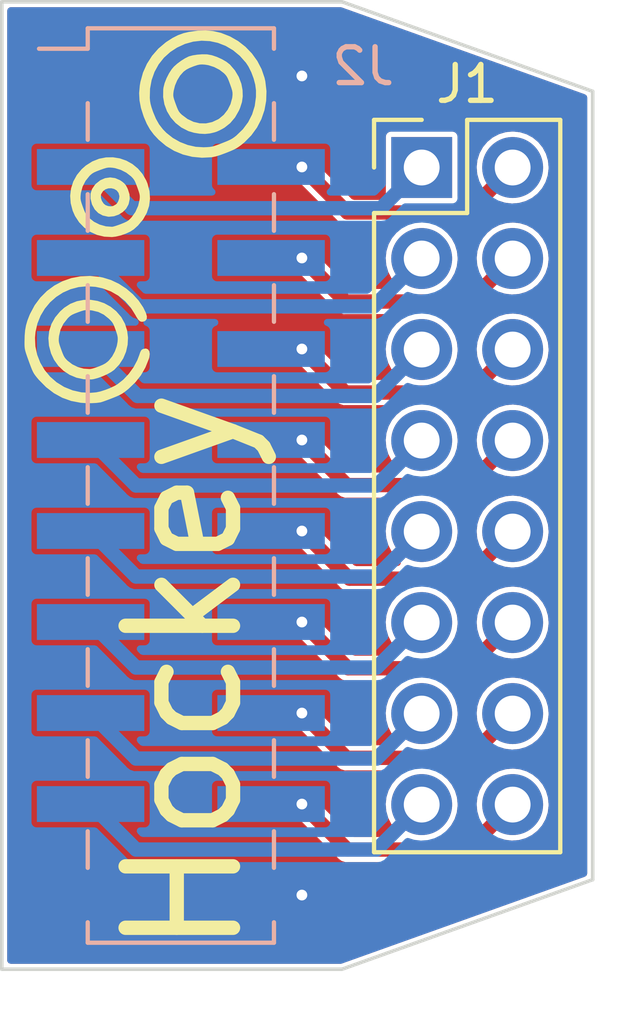
<source format=kicad_pcb>
(kicad_pcb (version 20211014) (generator pcbnew)
  (layers (0 "F.Cu" signal) (31 "B.Cu" signal) (34 "B.Paste" user) (35 "F.Paste" user) (36 "B.SilkS" user "B.Silkscreen") (37 "F.SilkS" user "F.Silkscreen") (38 "B.Mask" user) (39 "F.Mask" user) (44 "Edge.Cuts" user))
  (net 0 "")
  (net 1 "GND")
  (net 2 "Net-(J2-Pad3)")
  (net 3 "Net-(J2-Pad4)")
  (net 4 "Net-(J2-Pad5)")
  (net 5 "Net-(J1-Pad4)")
  (net 6 "Net-(J2-Pad7)")
  (net 7 "Net-(J2-Pad8)")
  (net 8 "Net-(J2-Pad9)")
  (net 9 "Net-(J2-Pad10)")
  (net 10 "Net-(J2-Pad11)")
  (net 11 "Net-(J2-Pad12)")
  (net 12 "Net-(J2-Pad13)")
  (net 13 "Net-(J2-Pad14)")
  (net 14 "Net-(J2-Pad15)")
  (net 15 "Net-(J2-Pad16)")
  (net 16 "Net-(J2-Pad17)")
  (net 17 "Net-(J1-Pad16)")
  (footprint "Connector_PinHeader_2.54mm:PinHeader_2x08_P2.54mm_Vertical" (layer "F.Cu") (at 139.235 92.725)
    (fp_text reference "J1" (at 1.27 -2.33) (layer "F.SilkS"))
    (fp_text value "Conn_01x16")
    (fp_line (start 3.87 -1.33) (end 3.87 19.11) (layer "F.SilkS") (width 0.12))
    (fp_line (start -1.33 1.27) (end -1.33 19.11) (layer "F.SilkS") (width 0.12))
    (fp_line (start 1.27 1.27) (end 1.27 -1.33) (layer "F.SilkS") (width 0.12))
    (fp_line (start -1.33 1.27) (end 1.27 1.27) (layer "F.SilkS") (width 0.12))
    (fp_line (start 1.27 -1.33) (end 3.87 -1.33) (layer "F.SilkS") (width 0.12))
    (fp_line (start -1.33 0) (end -1.33 -1.33) (layer "F.SilkS") (width 0.12))
    (fp_line (start -1.33 19.11) (end 3.87 19.11) (layer "F.SilkS") (width 0.12))
    (fp_line (start -1.33 -1.33) (end 0 -1.33) (layer "F.SilkS") (width 0.12))
    (pad "1" thru_hole rect (at 0 0) (size 1.7 1.7) (drill 1) (layers *.Cu *.Mask) (net 2 "Net-(J2-Pad3)"))
    (pad "2" thru_hole oval (at 2.54 0) (size 1.7 1.7) (drill 1) (layers *.Cu *.Mask) (net 3 "Net-(J2-Pad4)"))
    (pad "3" thru_hole oval (at 0 2.54) (size 1.7 1.7) (drill 1) (layers *.Cu *.Mask) (net 4 "Net-(J2-Pad5)"))
    (pad "4" thru_hole oval (at 2.54 2.54) (size 1.7 1.7) (drill 1) (layers *.Cu *.Mask) (net 5 "Net-(J1-Pad4)"))
    (pad "5" thru_hole oval (at 0 5.08) (size 1.7 1.7) (drill 1) (layers *.Cu *.Mask) (net 6 "Net-(J2-Pad7)"))
    (pad "6" thru_hole oval (at 2.54 5.08) (size 1.7 1.7) (drill 1) (layers *.Cu *.Mask) (net 7 "Net-(J2-Pad8)"))
    (pad "7" thru_hole oval (at 0 7.62) (size 1.7 1.7) (drill 1) (layers *.Cu *.Mask) (net 8 "Net-(J2-Pad9)"))
    (pad "8" thru_hole oval (at 2.54 7.62) (size 1.7 1.7) (drill 1) (layers *.Cu *.Mask) (net 9 "Net-(J2-Pad10)"))
    (pad "9" thru_hole oval (at 0 10.16) (size 1.7 1.7) (drill 1) (layers *.Cu *.Mask) (net 10 "Net-(J2-Pad11)"))
    (pad "10" thru_hole oval (at 2.54 10.16) (size 1.7 1.7) (drill 1) (layers *.Cu *.Mask) (net 11 "Net-(J2-Pad12)"))
    (pad "11" thru_hole oval (at 0 12.7) (size 1.7 1.7) (drill 1) (layers *.Cu *.Mask) (net 12 "Net-(J2-Pad13)"))
    (pad "12" thru_hole oval (at 2.54 12.7) (size 1.7 1.7) (drill 1) (layers *.Cu *.Mask) (net 13 "Net-(J2-Pad14)"))
    (pad "13" thru_hole oval (at 0 15.24) (size 1.7 1.7) (drill 1) (layers *.Cu *.Mask) (net 14 "Net-(J2-Pad15)"))
    (pad "14" thru_hole oval (at 2.54 15.24) (size 1.7 1.7) (drill 1) (layers *.Cu *.Mask) (net 15 "Net-(J2-Pad16)"))
    (pad "15" thru_hole oval (at 0 17.78) (size 1.7 1.7) (drill 1) (layers *.Cu *.Mask) (net 16 "Net-(J2-Pad17)"))
    (pad "16" thru_hole oval (at 2.54 17.78) (size 1.7 1.7) (drill 1) (layers *.Cu *.Mask) (net 17 "Net-(J1-Pad16)"))
  )
  (footprint "img:Hockey" (layer "F.Cu") (at 131.2 94.154932 20)
    (fp_text reference "G***" hide)
    (fp_text value "LOGO" hide)
    (fp_poly (pts (xy -0.230713 -1.311319) (xy -0.104826 -1.244997) (xy 0.003486 -1.142913) (xy 0.046319 -1.083858) (xy 0.085525 -1.015779) (xy 0.107994 -0.953075) (xy 0.119303 -0.87694) (xy 0.12258 -0.826667) (xy 0.116744 -0.684574) (xy 0.080647 -0.562705) (xy 0.010104 -0.448421) (xy -0.011556 -0.421734) (xy -0.107541 -0.338893) (xy -0.227601 -0.282399) (xy -0.361767 -0.254098) (xy -0.500067 -0.255833) (xy -0.632529 -0.289448) (xy -0.660694 -0.301681) (xy -0.787301 -0.382638) (xy -0.881081 -0.488975) (xy -0.940298 -0.617913) (xy -0.963215 -0.76667) (xy -0.963335 -0.777178) (xy -0.671129 -0.777178) (xy -0.650934 -0.689857) (xy -0.617006 -0.63099) (xy -0.559383 -0.580882) (xy -0.490315 -0.546066) (xy -0.425499 -0.533425) (xy -0.402042 -0.536761) (xy -0.355364 -0.544962) (xy -0.345971 -0.545334) (xy -0.300563 -0.562364) (xy -0.248368 -0.605727) (xy -0.200537 -0.663837) (xy -0.168219 -0.725107) (xy -0.165758 -0.732632) (xy -0.156532 -0.823443) (xy -0.181054 -0.902963) (xy -0.231902 -0.96795) (xy -0.301656 -1.015157) (xy -0.382893 -1.04134) (xy -0.468191 -1.043253) (xy -0.550129 -1.017652) (xy -0.621285 -0.961292) (xy -0.638446 -0.939301) (xy -0.667362 -0.866022) (xy -0.671129 -0.777178) (xy -0.963335 -0.777178) (xy -0.963441 -0.78654) (xy -0.946776 -0.943259) (xy -0.897393 -1.074148) (xy -0.814346 -1.180766) (xy -0.696688 -1.264677) (xy -0.663205 -1.281605) (xy -0.514965 -1.331033) (xy -0.369114 -1.340468)) (layer "F.SilkS") (width 0) (fill solid))
    (fp_poly (pts (xy -2.093497 1.648546) (xy -1.909128 1.713047) (xy -1.737722 1.808748) (xy -1.58386 1.933048) (xy -1.452124 2.083345) (xy -1.347095 2.257039) (xy -1.273354 2.451528) (xy -1.268722 2.468754) (xy -1.237802 2.66739) (xy -1.245786 2.866148) (xy -1.289956 3.059905) (xy -1.367598 3.243535) (xy -1.475995 3.411913) (xy -1.612431 3.559914) (xy -1.774191 3.682414) (xy -1.958559 3.774287) (xy -1.961107 3.775262) (xy -2.062667 3.803147) (xy -2.190153 3.822378) (xy -2.329363 3.832279) (xy -2.46609 3.832172) (xy -2.586133 3.821379) (xy -2.649249 3.808093) (xy -2.848448 3.73023) (xy -3.025137 3.61975) (xy -3.176165 3.480799) (xy -3.29838 3.317523) (xy -3.388633 3.134066) (xy -3.443771 2.934575) (xy -3.460776 2.740484) (xy -3.460451 2.736719) (xy -3.156394 2.736719) (xy -3.155388 2.841937) (xy -3.151267 2.917137) (xy -3.141972 2.974234) (xy -3.125439 3.025146) (xy -3.099609 3.08179) (xy -3.095145 3.090833) (xy -3.005756 3.229993) (xy -2.887575 3.352657) (xy -2.750119 3.450925) (xy -2.602906 3.516897) (xy -2.570614 3.526175) (xy -2.520441 3.533126) (xy -2.442456 3.537309) (xy -2.350744 3.538096) (xy -2.317671 3.537444) (xy -2.210776 3.531774) (xy -2.129555 3.519606) (xy -2.057866 3.497762) (xy -2.007916 3.476496) (xy -1.884519 3.401532) (xy -1.766328 3.296887) (xy -1.665077 3.17432) (xy -1.604882 3.07275) (xy -1.575969 3.008898) (xy -1.557778 2.952808) (xy -1.547809 2.890983) (xy -1.543562 2.809926) (xy -1.542668 2.736792) (xy -1.543148 2.637483) (xy -1.547588 2.566314) (xy -1.558715 2.509497) (xy -1.579257 2.453241) (xy -1.611944 2.383757) (xy -1.612909 2.381795) (xy -1.706717 2.227865) (xy -1.823522 2.105591) (xy -1.970533 2.007766) (xy -2.0043 1.990449) (xy -2.074439 1.957392) (xy -2.131106 1.936548) (xy -2.18813 1.925165) (xy -2.259343 1.920488) (xy -2.358573 1.919764) (xy -2.359298 1.919766) (xy -2.460962 1.921309) (xy -2.533978 1.926857) (xy -2.591614 1.938835) (xy -2.64714 1.959667) (xy -2.690944 1.980364) (xy -2.853584 2.08173) (xy -2.986047 2.20935) (xy -3.084908 2.3599) (xy -3.087839 2.36579) (xy -3.118347 2.430309) (xy -3.138184 2.483364) (xy -3.14962 2.537244) (xy -3.154928 2.60424) (xy -3.156377 2.696639) (xy -3.156394 2.736719) (xy -3.460451 2.736719) (xy -3.44162 2.518527) (xy -3.385252 2.314627) (xy -3.293322 2.131044) (xy -3.16748 1.970039) (xy -3.009375 1.833876) (xy -2.820658 1.724815) (xy -2.678571 1.668253) (xy -2.4828 1.623547) (xy -2.286248 1.617845)) (layer "F.SilkS") (width 0) (fill solid))
    (fp_poly (pts (xy -0.14744 -1.876027) (xy 0.036701 -1.81213) (xy 0.205695 -1.717686) (xy 0.355672 -1.595546) (xy 0.482765 -1.448559) (xy 0.583103 -1.279576) (xy 0.652818 -1.091447) (xy 0.688041 -0.887023) (xy 0.691614 -0.792445) (xy 0.671628 -0.574112) (xy 0.614054 -0.372784) (xy 0.520574 -0.190726) (xy 0.392875 -0.030204) (xy 0.232641 0.106517) (xy 0.041557 0.217169) (xy -0.102441 0.275439) (xy -0.217356 0.30184) (xy -0.356496 0.313853) (xy -0.504722 0.311588) (xy -0.646898 0.295161) (xy -0.750201 0.270616) (xy -0.949467 0.186669) (xy -1.124129 0.070839) (xy -1.271368 -0.073034) (xy -1.388362 -0.241106) (xy -1.472292 -0.429536) (xy -1.520338 -0.634483) (xy -1.531131 -0.793163) (xy -1.530738 -0.797468) (xy -1.227002 -0.797468) (xy -1.225848 -0.692985) (xy -1.220934 -0.617574) (xy -1.210083 -0.558384) (xy -1.191118 -0.502569) (xy -1.168284 -0.450949) (xy -1.077477 -0.303257) (xy -0.954489 -0.173277) (xy -0.807806 -0.068436) (xy -0.650206 0.002447) (xy -0.607049 0.009326) (xy -0.534062 0.013731) (xy -0.443318 0.015114) (xy -0.388026 0.014334) (xy -0.287773 0.010673) (xy -0.215995 0.003703) (xy -0.159219 -0.009563) (xy -0.103972 -0.032113) (xy -0.047465 -0.061179) (xy 0.102378 -0.163864) (xy 0.232468 -0.2973) (xy 0.328508 -0.442921) (xy 0.355033 -0.496691) (xy 0.372247 -0.54456) (xy 0.38214 -0.598042) (xy 0.386704 -0.668651) (xy 0.387932 -0.767902) (xy 0.387952 -0.78654) (xy 0.3871 -0.891597) (xy 0.383076 -0.966753) (xy 0.373802 -1.024042) (xy 0.357197 -1.075498) (xy 0.331181 -1.133155) (xy 0.326328 -1.143105) (xy 0.238447 -1.281556) (xy 0.120766 -1.407638) (xy -0.014566 -1.509243) (xy -0.07341 -1.541541) (xy -0.134711 -1.56968) (xy -0.187805 -1.587611) (xy -0.245354 -1.597565) (xy -0.320019 -1.601771) (xy -0.419488 -1.602469) (xy -0.525396 -1.600921) (xy -0.601989 -1.595486) (xy -0.661861 -1.584124) (xy -0.717607 -1.564793) (xy -0.755279 -1.54807) (xy -0.907951 -1.455601) (xy -1.039614 -1.333363) (xy -1.141443 -1.1899) (xy -1.158194 -1.157909) (xy -1.189434 -1.091578) (xy -1.209458 -1.036985) (xy -1.220742 -0.981164) (xy -1.225762 -0.911152) (xy -1.226992 -0.813982) (xy -1.227002 -0.797468) (xy -1.530738 -0.797468) (xy -1.511372 -1.009879) (xy -1.453821 -1.211701) (xy -1.361066 -1.395101) (xy -1.235695 -1.556545) (xy -1.080297 -1.692504) (xy -0.89746 -1.799445) (xy -0.752053 -1.855935) (xy -0.545686 -1.90078) (xy -0.342858 -1.906527)) (layer "F.SilkS") (width 0) (fill solid))
    (fp_poly (pts (xy 3.070889 -4.393255) (xy 3.22751 -4.374609) (xy 3.468246 -4.323844) (xy 3.678511 -4.255715) (xy 3.867492 -4.166531) (xy 4.044377 -4.052601) (xy 4.062566 -4.039094) (xy 4.260539 -3.865317) (xy 4.429672 -3.66554) (xy 4.567961 -3.444624) (xy 4.673397 -3.207432) (xy 4.743976 -2.958829) (xy 4.77769 -2.703676) (xy 4.772533 -2.446836) (xy 4.759856 -2.349133) (xy 4.696096 -2.080357) (xy 4.595777 -1.829809) (xy 4.461326 -1.60031) (xy 4.295168 -1.39468) (xy 4.099729 -1.215742) (xy 3.877435 -1.066317) (xy 3.630712 -0.949226) (xy 3.523699 -0.911425) (xy 3.441042 -0.886896) (xy 3.365131 -0.869855) (xy 3.283907 -0.858656) (xy 3.185312 -0.851656) (xy 3.057286 -0.847211) (xy 3.051775 -0.847072) (xy 2.878127 -0.846023) (xy 2.742187 -0.85262) (xy 2.640384 -0.867048) (xy 2.632287 -0.86885) (xy 2.366269 -0.950548) (xy 2.12097 -1.066934) (xy 1.899149 -1.21584) (xy 1.703566 -1.395096) (xy 1.53698 -1.602535) (xy 1.402501 -1.83526) (xy 1.324926 -2.01618) (xy 1.27283 -2.188709) (xy 1.242825 -2.367999) (xy 1.231521 -2.569201) (xy 1.231234 -2.600826) (xy 1.231674 -2.611313) (xy 1.522181 -2.611313) (xy 1.531339 -2.410974) (xy 1.560886 -2.234956) (xy 1.613934 -2.069351) (xy 1.672071 -1.94153) (xy 1.791241 -1.7483) (xy 1.941529 -1.572403) (xy 2.115941 -1.41994) (xy 2.30748 -1.297008) (xy 2.509152 -1.209707) (xy 2.512895 -1.208479) (xy 2.601602 -1.180046) (xy 2.671431 -1.160252) (xy 2.733363 -1.147737) (xy 2.798379 -1.141141) (xy 2.877462 -1.139104) (xy 2.981593 -1.140266) (xy 3.051775 -1.141738) (xy 3.17495 -1.145666) (xy 3.268221 -1.152361) (xy 3.34362 -1.163541) (xy 3.41318 -1.180926) (xy 3.47953 -1.202871) (xy 3.713481 -1.306843) (xy 3.919686 -1.442115) (xy 4.097311 -1.607806) (xy 4.245522 -1.803038) (xy 4.363484 -2.026932) (xy 4.428543 -2.203215) (xy 4.462928 -2.358858) (xy 4.479255 -2.536684) (xy 4.477524 -2.721012) (xy 4.457734 -2.896164) (xy 4.428538 -3.020314) (xy 4.3345 -3.258493) (xy 4.209912 -3.470664) (xy 4.05813 -3.655031) (xy 3.88251 -3.809798) (xy 3.68641 -3.933168) (xy 3.473187 -4.023344) (xy 3.246197 -4.078532) (xy 3.008798 -4.096934) (xy 2.764345 -4.076755) (xy 2.54839 -4.026369) (xy 2.325499 -3.936969) (xy 2.12273 -3.812307) (xy 1.942989 -3.655375) (xy 1.789179 -3.469162) (xy 1.664206 -3.256661) (xy 1.570975 -3.020861) (xy 1.570577 -3.019574) (xy 1.54762 -2.935904) (xy 1.532998 -2.854784) (xy 1.525091 -2.762541) (xy 1.522278 -2.645502) (xy 1.522181 -2.611313) (xy 1.231674 -2.611313) (xy 1.241139 -2.837147) (xy 1.274895 -3.048188) (xy 1.335441 -3.245033) (xy 1.425717 -3.438766) (xy 1.477251 -3.528592) (xy 1.633209 -3.747066) (xy 1.819305 -3.938816) (xy 2.031203 -4.100596) (xy 2.264568 -4.229164) (xy 2.515062 -4.321275) (xy 2.549192 -4.330541) (xy 2.74007 -4.373021) (xy 2.909405 -4.393629)) (layer "F.SilkS") (width 0) (fill solid))
    (fp_poly (pts (xy -2.211981 0.958354) (xy -1.95434 0.9995) (xy -1.700488 1.079369) (xy -1.454082 1.198374) (xy -1.373979 1.246973) (xy -1.1856 1.389645) (xy -1.015932 1.561947) (xy -0.868858 1.757289) (xy -0.748261 1.969081) (xy -0.658024 2.190736) (xy -0.602029 2.415663) (xy -0.584712 2.586327) (xy -0.592037 2.686647) (xy -0.622248 2.75255) (xy -0.676133 2.785277) (xy -0.714057 2.789596) (xy -0.776481 2.779636) (xy -0.821486 2.746116) (xy -0.852817 2.683575) (xy -0.87422 2.586549) (xy -0.879452 2.54839) (xy -0.929952 2.305933) (xy -1.018247 2.079176) (xy -1.142053 1.871434) (xy -1.299087 1.686021) (xy -1.487064 1.526253) (xy -1.656978 1.419788) (xy -1.878794 1.322089) (xy -2.106776 1.263577) (xy -2.33684 1.242763) (xy -2.564903 1.258156) (xy -2.786881 1.308267) (xy -2.998691 1.391604) (xy -3.19625 1.506679) (xy -3.375472 1.652001) (xy -3.532276 1.82608) (xy -3.662577 2.027426) (xy -3.733241 2.177387) (xy -3.804992 2.407719) (xy -3.837272 2.644127) (xy -3.831049 2.881546) (xy -3.787294 3.114909) (xy -3.706977 3.339151) (xy -3.591068 3.549206) (xy -3.440536 3.740009) (xy -3.432373 3.748684) (xy -3.24572 3.916148) (xy -3.03684 4.050041) (xy -2.810576 4.147629) (xy -2.646986 4.192338) (xy -2.531954 4.208138) (xy -2.392793 4.21448) (xy -2.246186 4.211604) (xy -2.108816 4.19975) (xy -2.013543 4.183213) (xy -1.81427 4.117767) (xy -1.615955 4.018121) (xy -1.428873 3.890974) (xy -1.2633 3.743027) (xy -1.165238 3.630077) (xy -1.111765 3.563695) (xy -1.072308 3.525078) (xy -1.037557 3.507122) (xy -0.998309 3.502725) (xy -0.923729 3.517599) (xy -0.877765 3.558615) (xy -0.861391 3.620361) (xy -0.875578 3.697429) (xy -0.9213 3.784408) (xy -0.942512 3.813151) (xy -1.117787 4.009181) (xy -1.308262 4.170443) (xy -1.520814 4.301768) (xy -1.762323 4.407989) (xy -1.816719 4.427338) (xy -1.900679 4.454575) (xy -1.973624 4.47334) (xy -2.04799 4.485521) (xy -2.13621 4.493009) (xy -2.25072 4.497693) (xy -2.28621 4.498681) (xy -2.396742 4.500755) (xy -2.497205 4.501122) (xy -2.577532 4.499849) (xy -2.627652 4.497004) (xy -2.632287 4.496393) (xy -2.742036 4.472144) (xy -2.873284 4.431879) (xy -3.01127 4.380671) (xy -3.141236 4.323597) (xy -3.156647 4.316073) (xy -3.386103 4.179769) (xy -3.588726 4.011273) (xy -3.764374 3.810752) (xy -3.912906 3.578375) (xy -4.034181 3.314309) (xy -4.062472 3.236915) (xy -4.083882 3.172492) (xy -4.099141 3.11611) (xy -4.109272 3.058549) (xy -4.115298 2.99059) (xy -4.118246 2.903012) (xy -4.119137 2.786594) (xy -4.119145 2.726672) (xy -4.118735 2.597625) (xy -4.116966 2.501157) (xy -4.112619 2.427896) (xy -4.104477 2.368473) (xy -4.09132 2.313517) (xy -4.071932 2.253659) (xy -4.049604 2.191825) (xy -3.983494 2.022423) (xy -3.918741 1.883216) (xy -3.848708 1.763217) (xy -3.76676 1.651441) (xy -3.666262 1.536903) (xy -3.632685 1.501586) (xy -3.429079 1.319048) (xy -3.207327 1.172759) (xy -2.971086 1.063134) (xy -2.72401 0.990583) (xy -2.469757 0.955519)) (layer "F.SilkS") (width 0) (fill solid))
    (fp_poly (pts (xy 3.10367 -3.723487) (xy 3.228857 -3.698491) (xy 3.358773 -3.661763) (xy 3.477293 -3.617335) (xy 3.498025 -3.607968) (xy 3.60624 -3.543706) (xy 3.720317 -3.45317) (xy 3.829354 -3.34703) (xy 3.922447 -3.235955) (xy 3.988693 -3.130617) (xy 3.991348 -3.125186) (xy 4.065702 -2.927079) (xy 4.104793 -2.720241) (xy 4.107614 -2.513721) (xy 4.078882 -2.337809) (xy 4.024504 -2.172106) (xy 3.949262 -2.028778) (xy 3.845177 -1.894011) (xy 3.787487 -1.833161) (xy 3.620458 -1.691736) (xy 3.440037 -1.588344) (xy 3.248871 -1.524383) (xy 3.176439 -1.511062) (xy 3.081046 -1.498549) (xy 3.006844 -1.493438) (xy 2.93565 -1.495792) (xy 2.849282 -1.50567) (xy 2.802445 -1.51232) (xy 2.674973 -1.544696) (xy 2.535366 -1.603125) (xy 2.397437 -1.680697) (xy 2.274998 -1.770504) (xy 2.259729 -1.783794) (xy 2.115787 -1.938925) (xy 2.006095 -2.114233) (xy 1.931536 -2.304468) (xy 1.892993 -2.504383) (xy 1.892134 -2.611313) (xy 2.191825 -2.611313) (xy 2.192676 -2.506651) (xy 2.196558 -2.432417) (xy 2.205461 -2.377104) (xy 2.221375 -2.329202) (xy 2.246292 -2.277205) (xy 2.251269 -2.267694) (xy 2.358284 -2.103978) (xy 2.488114 -1.972321) (xy 2.636862 -1.874615) (xy 2.800628 -1.812753) (xy 2.975513 -1.788628) (xy 3.157618 -1.804134) (xy 3.191202 -1.81136) (xy 3.35071 -1.869361) (xy 3.499188 -1.962496) (xy 3.628356 -2.084041) (xy 3.729937 -2.227271) (xy 3.749742 -2.265046) (xy 3.775232 -2.321219) (xy 3.791703 -2.372299) (xy 3.801081 -2.430078) (xy 3.805289 -2.506349) (xy 3.806253 -2.611313) (xy 3.805269 -2.717321) (xy 3.801025 -2.793218) (xy 3.791582 -2.850821) (xy 3.775003 -2.901947) (xy 3.749349 -2.958413) (xy 3.749313 -2.958487) (xy 3.665376 -3.090661) (xy 3.551502 -3.213589) (xy 3.419632 -3.315618) (xy 3.33493 -3.362864) (xy 3.262131 -3.395025) (xy 3.200532 -3.414331) (xy 3.134267 -3.42391) (xy 3.047469 -3.426889) (xy 3.009827 -3.426953) (xy 2.89502 -3.423261) (xy 2.80527 -3.411151) (xy 2.724098 -3.388069) (xy 2.699729 -3.378927) (xy 2.577997 -3.313715) (xy 2.457488 -3.217915) (xy 2.349199 -3.101731) (xy 2.264126 -2.975369) (xy 2.263384 -2.974002) (xy 2.231845 -2.913791) (xy 2.211264 -2.864678) (xy 2.199307 -2.814834) (xy 2.193639 -2.75243) (xy 2.191927 -2.665638) (xy 2.191825 -2.611313) (xy 1.892134 -2.611313) (xy 1.891351 -2.708729) (xy 1.927492 -2.912257) (xy 2.002301 -3.10972) (xy 2.02816 -3.159356) (xy 2.100004 -3.265183) (xy 2.197108 -3.374996) (xy 2.307834 -3.477751) (xy 2.420547 -3.562404) (xy 2.501027 -3.608142) (xy 2.615129 -3.653504) (xy 2.743902 -3.692012) (xy 2.871202 -3.71963) (xy 2.980886 -3.732323) (xy 2.999339 -3.732715)) (layer "F.SilkS") (width 0) (fill solid))
  )
  (footprint "Connector_PinSocket_2.54mm:PinSocket_2x10_P2.54mm_Vertical_SMD" (layer "F.Cu") (at 132.51 101.6)
    (fp_text reference "J2" (at 5.09 -11.7) (layer "B.SilkS") (effects (justify mirror)))
    (fp_text value "Conn_01x20")
    (fp_line (start -2.6 4.57) (end -2.6 5.59) (layer "B.SilkS") (width 0.12))
    (fp_line (start 2.6 12.76) (end -2.6 12.76) (layer "B.SilkS") (width 0.12))
    (fp_line (start -2.6 -12.76) (end -2.6 -12.19) (layer "B.SilkS") (width 0.12))
    (fp_line (start -2.6 9.65) (end -2.6 10.67) (layer "B.SilkS") (width 0.12))
    (fp_line (start 2.6 12.19) (end 2.6 12.76) (layer "B.SilkS") (width 0.12))
    (fp_line (start 2.6 -0.51) (end 2.6 0.51) (layer "B.SilkS") (width 0.12))
    (fp_line (start 2.6 -5.59) (end 2.6 -4.57) (layer "B.SilkS") (width 0.12))
    (fp_line (start 2.6 9.65) (end 2.6 10.67) (layer "B.SilkS") (width 0.12))
    (fp_line (start -2.6 -0.51) (end -2.6 0.51) (layer "B.SilkS") (width 0.12))
    (fp_line (start -2.6 -8.13) (end -2.6 -7.11) (layer "B.SilkS") (width 0.12))
    (fp_line (start -2.6 -3.05) (end -2.6 -2.03) (layer "B.SilkS") (width 0.12))
    (fp_line (start -2.6 12.19) (end -2.6 12.76) (layer "B.SilkS") (width 0.12))
    (fp_line (start -2.6 7.11) (end -2.6 8.13) (layer "B.SilkS") (width 0.12))
    (fp_line (start 2.6 2.03) (end 2.6 3.05) (layer "B.SilkS") (width 0.12))
    (fp_line (start 2.6 7.11) (end 2.6 8.13) (layer "B.SilkS") (width 0.12))
    (fp_line (start -2.6 -5.59) (end -2.6 -4.57) (layer "B.SilkS") (width 0.12))
    (fp_line (start 2.6 4.57) (end 2.6 5.59) (layer "B.SilkS") (width 0.12))
    (fp_line (start -2.6 -12.19) (end -3.96 -12.19) (layer "B.SilkS") (width 0.12))
    (fp_line (start 2.6 -12.76) (end 2.6 -12.19) (layer "B.SilkS") (width 0.12))
    (fp_line (start 2.6 -3.05) (end 2.6 -2.03) (layer "B.SilkS") (width 0.12))
    (fp_line (start -2.6 2.03) (end -2.6 3.05) (layer "B.SilkS") (width 0.12))
    (fp_line (start 2.6 -12.76) (end -2.6 -12.76) (layer "B.SilkS") (width 0.12))
    (fp_line (start 2.6 -10.67) (end 2.6 -9.65) (layer "B.SilkS") (width 0.12))
    (fp_line (start 2.6 -8.13) (end 2.6 -7.11) (layer "B.SilkS") (width 0.12))
    (fp_line (start -2.6 -10.67) (end -2.6 -9.65) (layer "B.SilkS") (width 0.12))
    (pad "1" smd rect (at -2.52 -11.43) (size 3 1) (layers "B.Cu" "B.Paste" "B.Mask") (net 1 "GND"))
    (pad "2" smd rect (at 2.52 -11.43) (size 3 1) (layers "B.Cu" "B.Paste" "B.Mask") (net 1 "GND"))
    (pad "3" smd rect (at -2.52 -8.89) (size 3 1) (layers "B.Cu" "B.Paste" "B.Mask") (net 2 "Net-(J2-Pad3)"))
    (pad "4" smd rect (at 2.52 -8.89) (size 3 1) (layers "B.Cu" "B.Paste" "B.Mask") (net 3 "Net-(J2-Pad4)"))
    (pad "5" smd rect (at -2.52 -6.35) (size 3 1) (layers "B.Cu" "B.Paste" "B.Mask") (net 4 "Net-(J2-Pad5)"))
    (pad "6" smd rect (at 2.52 -6.35) (size 3 1) (layers "B.Cu" "B.Paste" "B.Mask") (net 5 "Net-(J1-Pad4)"))
    (pad "7" smd rect (at -2.52 -3.81) (size 3 1) (layers "B.Cu" "B.Paste" "B.Mask") (net 6 "Net-(J2-Pad7)"))
    (pad "8" smd rect (at 2.52 -3.81) (size 3 1) (layers "B.Cu" "B.Paste" "B.Mask") (net 7 "Net-(J2-Pad8)"))
    (pad "9" smd rect (at -2.52 -1.27) (size 3 1) (layers "B.Cu" "B.Paste" "B.Mask") (net 8 "Net-(J2-Pad9)"))
    (pad "10" smd rect (at 2.52 -1.27) (size 3 1) (layers "B.Cu" "B.Paste" "B.Mask") (net 9 "Net-(J2-Pad10)"))
    (pad "11" smd rect (at -2.52 1.27) (size 3 1) (layers "B.Cu" "B.Paste" "B.Mask") (net 10 "Net-(J2-Pad11)"))
    (pad "12" smd rect (at 2.52 1.27) (size 3 1) (layers "B.Cu" "B.Paste" "B.Mask") (net 11 "Net-(J2-Pad12)"))
    (pad "13" smd rect (at -2.52 3.81) (size 3 1) (layers "B.Cu" "B.Paste" "B.Mask") (net 12 "Net-(J2-Pad13)"))
    (pad "14" smd rect (at 2.52 3.81) (size 3 1) (layers "B.Cu" "B.Paste" "B.Mask") (net 13 "Net-(J2-Pad14)"))
    (pad "15" smd rect (at -2.52 6.35) (size 3 1) (layers "B.Cu" "B.Paste" "B.Mask") (net 14 "Net-(J2-Pad15)"))
    (pad "16" smd rect (at 2.52 6.35) (size 3 1) (layers "B.Cu" "B.Paste" "B.Mask") (net 15 "Net-(J2-Pad16)"))
    (pad "17" smd rect (at -2.52 8.89) (size 3 1) (layers "B.Cu" "B.Paste" "B.Mask") (net 16 "Net-(J2-Pad17)"))
    (pad "18" smd rect (at 2.52 8.89) (size 3 1) (layers "B.Cu" "B.Paste" "B.Mask") (net 17 "Net-(J1-Pad16)"))
    (pad "19" smd rect (at -2.52 11.43) (size 3 1) (layers "B.Cu" "B.Paste" "B.Mask") (net 1 "GND"))
    (pad "20" smd rect (at 2.52 11.43) (size 3 1) (layers "B.Cu" "B.Paste" "B.Mask") (net 1 "GND"))
  )
  (gr_line (start 127.51 115.1) (end 137.01 115.1) (layer "Edge.Cuts") (width 0.1))
  (gr_line (start 137.01 115.1) (end 144.01 112.6) (layer "Edge.Cuts") (width 0.1))
  (gr_line (start 144.01 90.6) (end 137.01 88.1) (layer "Edge.Cuts") (width 0.1))
  (gr_line (start 127.51 88.1) (end 127.51 115.1) (layer "Edge.Cuts") (width 0.1))
  (gr_line (start 137.01 88.1) (end 127.51 88.1) (layer "Edge.Cuts") (width 0.1))
  (gr_line (start 144.01 112.6) (end 144.01 90.6) (layer "Edge.Cuts") (width 0.1))
  (gr_text "Hockey" (at 132.6 106.8 90) (layer "F.SilkS") (effects (font (size 3 3) (thickness 0.4))))
  (via (at 135.89 90.17) (size 0.6) (drill 0.3) (layers "F.Cu" "B.Cu") (net 1))
  (via (at 135.89 113.03) (size 0.6) (drill 0.3) (layers "F.Cu" "B.Cu") (net 1))
  (segment (start 139.22 92.71) (end 139.235 92.725) (width 1) (layer "F.Cu") (net 2))
  (segment (start 138.1 93.86) (end 131.14 93.86) (width 0.4) (layer "B.Cu") (net 2))
  (segment (start 139.235 92.725) (end 138.1 93.86) (width 0.4) (layer "B.Cu") (net 2))
  (segment (start 131.14 93.86) (end 129.99 92.71) (width 0.4) (layer "B.Cu") (net 2))
  (segment (start 137.16 93.98) (end 140.52 93.98) (width 0.4) (layer "F.Cu") (net 3))
  (segment (start 135.89 92.71) (end 137.16 93.98) (width 0.4) (layer "F.Cu") (net 3))
  (segment (start 140.52 93.98) (end 141.775 92.725) (width 0.4) (layer "F.Cu") (net 3))
  (via (at 135.89 92.71) (size 0.6) (drill 0.3) (layers "F.Cu" "B.Cu") (net 3))
  (segment (start 139.22 95.25) (end 139.235 95.265) (width 1) (layer "F.Cu") (net 4))
  (segment (start 131.34 96.6) (end 129.99 95.25) (width 0.4) (layer "B.Cu") (net 4))
  (segment (start 137.9 96.6) (end 131.34 96.6) (width 0.4) (layer "B.Cu") (net 4))
  (segment (start 139.235 95.265) (end 137.9 96.6) (width 0.4) (layer "B.Cu") (net 4))
  (segment (start 140.575 96.465) (end 141.775 95.265) (width 0.4) (layer "F.Cu") (net 5))
  (segment (start 137.105 96.465) (end 140.575 96.465) (width 0.4) (layer "F.Cu") (net 5))
  (segment (start 135.89 95.25) (end 137.105 96.465) (width 0.4) (layer "F.Cu") (net 5))
  (via (at 135.89 95.25) (size 0.6) (drill 0.3) (layers "F.Cu" "B.Cu") (net 5))
  (segment (start 139.22 97.79) (end 139.235 97.805) (width 1) (layer "F.Cu") (net 6))
  (segment (start 139.235 97.805) (end 137.94 99.1) (width 0.4) (layer "B.Cu") (net 6))
  (segment (start 131.3 99.1) (end 129.99 97.79) (width 0.4) (layer "B.Cu") (net 6))
  (segment (start 137.94 99.1) (end 131.3 99.1) (width 0.4) (layer "B.Cu") (net 6))
  (segment (start 140.575 99.005) (end 137.105 99.005) (width 0.4) (layer "F.Cu") (net 7))
  (segment (start 141.775 97.805) (end 140.575 99.005) (width 0.4) (layer "F.Cu") (net 7))
  (segment (start 137.105 99.005) (end 135.89 97.79) (width 0.4) (layer "F.Cu") (net 7))
  (via (at 135.89 97.79) (size 0.6) (drill 0.3) (layers "F.Cu" "B.Cu") (net 7))
  (segment (start 139.22 100.33) (end 139.235 100.345) (width 1) (layer "F.Cu") (net 8))
  (segment (start 139.235 100.345) (end 137.98 101.6) (width 0.4) (layer "B.Cu") (net 8))
  (segment (start 137.98 101.6) (end 131.26 101.6) (width 0.4) (layer "B.Cu") (net 8))
  (segment (start 131.26 101.6) (end 129.99 100.33) (width 0.4) (layer "B.Cu") (net 8))
  (segment (start 137.148212 101.588212) (end 135.89 100.33) (width 0.4) (layer "F.Cu") (net 9))
  (segment (start 141.775 100.345) (end 140.531788 101.588212) (width 0.4) (layer "F.Cu") (net 9))
  (segment (start 140.531788 101.588212) (end 137.148212 101.588212) (width 0.4) (layer "F.Cu") (net 9))
  (via (at 135.89 100.33) (size 0.6) (drill 0.3) (layers "F.Cu" "B.Cu") (net 9))
  (segment (start 139.22 102.87) (end 139.235 102.885) (width 1) (layer "F.Cu") (net 10))
  (segment (start 139.235 102.885) (end 137.98 104.14) (width 0.4) (layer "B.Cu") (net 10))
  (segment (start 131.26 104.14) (end 129.99 102.87) (width 0.4) (layer "B.Cu") (net 10))
  (segment (start 137.98 104.14) (end 131.26 104.14) (width 0.4) (layer "B.Cu") (net 10))
  (segment (start 141.775 102.885) (end 140.46 104.2) (width 0.4) (layer "F.Cu") (net 11))
  (segment (start 140.46 104.2) (end 137.22 104.2) (width 0.4) (layer "F.Cu") (net 11))
  (segment (start 137.22 104.2) (end 135.89 102.87) (width 0.4) (layer "F.Cu") (net 11))
  (via (at 135.89 102.87) (size 0.6) (drill 0.3) (layers "F.Cu" "B.Cu") (net 11))
  (segment (start 139.235 105.425) (end 137.98 106.68) (width 0.4) (layer "B.Cu") (net 12))
  (segment (start 137.98 106.68) (end 131.26 106.68) (width 0.4) (layer "B.Cu") (net 12))
  (segment (start 131.26 106.68) (end 129.99 105.41) (width 0.4) (layer "B.Cu") (net 12))
  (segment (start 140.5 106.7) (end 137.18 106.7) (width 0.4) (layer "F.Cu") (net 13))
  (segment (start 137.18 106.7) (end 135.89 105.41) (width 0.4) (layer "F.Cu") (net 13))
  (segment (start 141.775 105.425) (end 140.5 106.7) (width 0.4) (layer "F.Cu") (net 13))
  (via (at 135.89 105.41) (size 0.6) (drill 0.3) (layers "F.Cu" "B.Cu") (net 13))
  (segment (start 131.26 109.22) (end 129.99 107.95) (width 0.4) (layer "B.Cu") (net 14))
  (segment (start 139.235 107.965) (end 137.98 109.22) (width 0.4) (layer "B.Cu") (net 14))
  (segment (start 137.98 109.22) (end 131.26 109.22) (width 0.4) (layer "B.Cu") (net 14))
  (segment (start 140.54 109.2) (end 137.14 109.2) (width 0.4) (layer "F.Cu") (net 15))
  (segment (start 137.14 109.2) (end 135.89 107.95) (width 0.4) (layer "F.Cu") (net 15))
  (segment (start 141.775 107.965) (end 140.54 109.2) (width 0.4) (layer "F.Cu") (net 15))
  (via (at 135.89 107.95) (size 0.6) (drill 0.3) (layers "F.Cu" "B.Cu") (net 15))
  (segment (start 139.235 110.505) (end 137.98 111.76) (width 0.4) (layer "B.Cu") (net 16))
  (segment (start 137.98 111.76) (end 131.26 111.76) (width 0.4) (layer "B.Cu") (net 16))
  (segment (start 131.26 111.76) (end 129.99 110.49) (width 0.4) (layer "B.Cu") (net 16))
  (segment (start 137.16 111.76) (end 140.52 111.76) (width 0.4) (layer "F.Cu") (net 17))
  (segment (start 135.89 110.49) (end 137.16 111.76) (width 0.4) (layer "F.Cu") (net 17))
  (segment (start 140.52 111.76) (end 141.775 110.505) (width 0.4) (layer "F.Cu") (net 17))
  (via (at 135.89 110.49) (size 0.6) (drill 0.3) (layers "F.Cu" "B.Cu") (net 17))
  (zone (net 1) (net_name "GND") (layers F&B.Cu) (connect_pads yes (clearance 0.15)) (min_thickness 0.2) (fill yes (thermal_gap 0.508) (thermal_bridge_width 0.508) (island_removal_mode 1) (island_area_min 0))
    (polygon (pts (xy 144 90.6) (xy 144 112.6) (xy 137 115.1) (xy 127.5 115.1) (xy 127.5 88.1) (xy 137 88.1)))
  )
)
</source>
